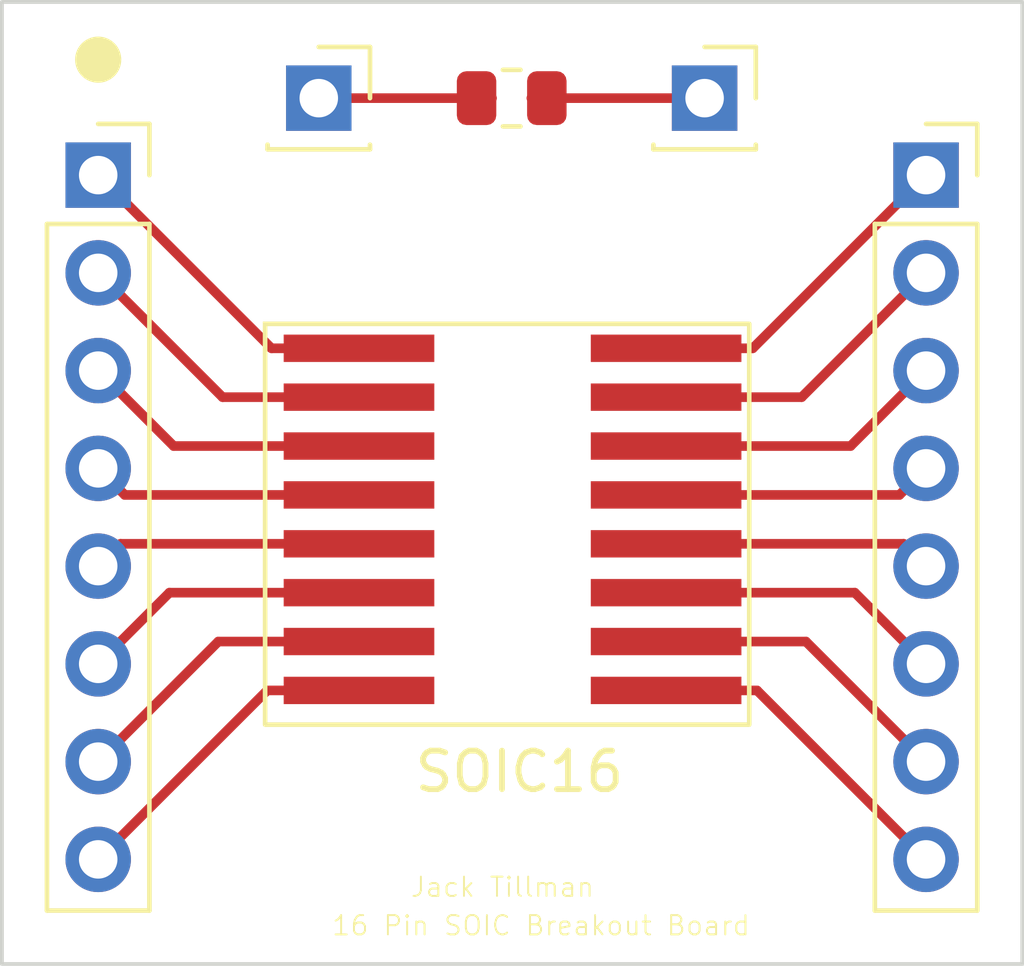
<source format=kicad_pcb>
(kicad_pcb (version 20211014) (generator pcbnew)
  (layers (0 "F.Cu" signal) (31 "B.Cu" signal) (34 "B.Paste" user) (35 "F.Paste" user) (36 "B.SilkS" user "B.Silkscreen") (37 "F.SilkS" user "F.Silkscreen") (38 "B.Mask" user) (39 "F.Mask" user) (44 "Edge.Cuts" user))
  (net 0 "")
  (net 1 "Net-(J3-Pad1)")
  (net 2 "Net-(J4-Pad1)")
  (net 3 "Net-(J1-Pad1)")
  (net 4 "Net-(J1-Pad2)")
  (net 5 "Net-(J1-Pad3)")
  (net 6 "Net-(J1-Pad4)")
  (net 7 "Net-(J1-Pad5)")
  (net 8 "Net-(J1-Pad6)")
  (net 9 "Net-(J1-Pad7)")
  (net 10 "Net-(J1-Pad8)")
  (net 11 "Net-(J2-Pad1)")
  (net 12 "Net-(J2-Pad2)")
  (net 13 "Net-(J2-Pad3)")
  (net 14 "Net-(J2-Pad4)")
  (net 15 "Net-(J2-Pad5)")
  (net 16 "Net-(J2-Pad6)")
  (net 17 "Net-(J2-Pad7)")
  (net 18 "Net-(J2-Pad8)")
  (footprint "Connector_PinSocket_2.54mm:PinSocket_1x08_P2.54mm_Vertical" (layer "F.Cu") (at 169.251 90.73)
    (fp_text reference "J2" hide)
    (fp_text value "Conn_01x08" hide)
    (fp_line (start 1.33 -1.33) (end 1.33 0) (layer "F.SilkS") (width 0.12))
    (fp_line (start -1.33 1.27) (end 1.33 1.27) (layer "F.SilkS") (width 0.12))
    (fp_line (start 1.33 1.27) (end 1.33 19.11) (layer "F.SilkS") (width 0.12))
    (fp_line (start 0 -1.33) (end 1.33 -1.33) (layer "F.SilkS") (width 0.12))
    (fp_line (start -1.33 19.11) (end 1.33 19.11) (layer "F.SilkS") (width 0.12))
    (fp_line (start -1.33 1.27) (end -1.33 19.11) (layer "F.SilkS") (width 0.12))
    (pad "1" thru_hole rect (at 0 0) (size 1.7 1.7) (drill 1) (layers *.Cu *.Mask) (net 11 "Net-(J2-Pad1)"))
    (pad "2" thru_hole oval (at 0 2.54) (size 1.7 1.7) (drill 1) (layers *.Cu *.Mask) (net 12 "Net-(J2-Pad2)"))
    (pad "3" thru_hole oval (at 0 5.08) (size 1.7 1.7) (drill 1) (layers *.Cu *.Mask) (net 13 "Net-(J2-Pad3)"))
    (pad "4" thru_hole oval (at 0 7.62) (size 1.7 1.7) (drill 1) (layers *.Cu *.Mask) (net 14 "Net-(J2-Pad4)"))
    (pad "5" thru_hole oval (at 0 10.16) (size 1.7 1.7) (drill 1) (layers *.Cu *.Mask) (net 15 "Net-(J2-Pad5)"))
    (pad "6" thru_hole oval (at 0 12.7) (size 1.7 1.7) (drill 1) (layers *.Cu *.Mask) (net 16 "Net-(J2-Pad6)"))
    (pad "7" thru_hole oval (at 0 15.24) (size 1.7 1.7) (drill 1) (layers *.Cu *.Mask) (net 17 "Net-(J2-Pad7)"))
    (pad "8" thru_hole oval (at 0 17.78) (size 1.7 1.7) (drill 1) (layers *.Cu *.Mask) (net 18 "Net-(J2-Pad8)"))
  )
  (footprint "Connector_PinSocket_2.54mm:PinSocket_1x01_P2.54mm_Vertical" (layer "F.Cu") (at 163.5 88.73)
    (fp_text reference "J3" hide)
    (fp_text value "Conn_01x01" hide)
    (fp_line (start 0 -1.33) (end 1.33 -1.33) (layer "F.SilkS") (width 0.12))
    (fp_line (start -1.33 1.33) (end 1.33 1.33) (layer "F.SilkS") (width 0.12))
    (fp_line (start 1.33 -1.33) (end 1.33 0) (layer "F.SilkS") (width 0.12))
    (fp_line (start 1.33 1.21) (end 1.33 1.33) (layer "F.SilkS") (width 0.12))
    (fp_line (start -1.33 1.21) (end -1.33 1.33) (layer "F.SilkS") (width 0.12))
    (pad "1" thru_hole rect (at 0 0) (size 1.7 1.7) (drill 1) (layers *.Cu *.Mask) (net 1 "Net-(J3-Pad1)"))
  )
  (footprint "Connector_PinSocket_2.54mm:PinSocket_1x08_P2.54mm_Vertical" (layer "F.Cu") (at 147.751 90.73)
    (fp_text reference "J1" hide)
    (fp_text value "Conn_01x08" hide)
    (fp_line (start 1.33 1.27) (end 1.33 19.11) (layer "F.SilkS") (width 0.12))
    (fp_line (start -1.33 1.27) (end -1.33 19.11) (layer "F.SilkS") (width 0.12))
    (fp_line (start -1.33 19.11) (end 1.33 19.11) (layer "F.SilkS") (width 0.12))
    (fp_line (start 1.33 -1.33) (end 1.33 0) (layer "F.SilkS") (width 0.12))
    (fp_line (start 0 -1.33) (end 1.33 -1.33) (layer "F.SilkS") (width 0.12))
    (fp_line (start -1.33 1.27) (end 1.33 1.27) (layer "F.SilkS") (width 0.12))
    (pad "1" thru_hole rect (at 0 0) (size 1.7 1.7) (drill 1) (layers *.Cu *.Mask) (net 3 "Net-(J1-Pad1)"))
    (pad "2" thru_hole oval (at 0 2.54) (size 1.7 1.7) (drill 1) (layers *.Cu *.Mask) (net 4 "Net-(J1-Pad2)"))
    (pad "3" thru_hole oval (at 0 5.08) (size 1.7 1.7) (drill 1) (layers *.Cu *.Mask) (net 5 "Net-(J1-Pad3)"))
    (pad "4" thru_hole oval (at 0 7.62) (size 1.7 1.7) (drill 1) (layers *.Cu *.Mask) (net 6 "Net-(J1-Pad4)"))
    (pad "5" thru_hole oval (at 0 10.16) (size 1.7 1.7) (drill 1) (layers *.Cu *.Mask) (net 7 "Net-(J1-Pad5)"))
    (pad "6" thru_hole oval (at 0 12.7) (size 1.7 1.7) (drill 1) (layers *.Cu *.Mask) (net 8 "Net-(J1-Pad6)"))
    (pad "7" thru_hole oval (at 0 15.24) (size 1.7 1.7) (drill 1) (layers *.Cu *.Mask) (net 9 "Net-(J1-Pad7)"))
    (pad "8" thru_hole oval (at 0 17.78) (size 1.7 1.7) (drill 1) (layers *.Cu *.Mask) (net 10 "Net-(J1-Pad8)"))
  )
  (footprint "Resistor_SMD:R_0805_2012Metric" (layer "F.Cu") (at 158.49 88.73)
    (fp_text reference "R1" hide)
    (fp_text value "R_US" hide)
    (fp_line (start -0.227064 0.735) (end 0.227064 0.735) (layer "F.SilkS") (width 0.12))
    (fp_line (start -0.227064 -0.735) (end 0.227064 -0.735) (layer "F.SilkS") (width 0.12))
    (pad "1" smd roundrect (at -0.9125 0) (size 1.025 1.4) (layers "F.Cu" "F.Paste" "F.Mask") (roundrect_rratio 0.243902) (net 2 "Net-(J4-Pad1)"))
    (pad "2" smd roundrect (at 0.9125 0) (size 1.025 1.4) (layers "F.Cu" "F.Paste" "F.Mask") (roundrect_rratio 0.243902) (net 1 "Net-(J3-Pad1)"))
  )
  (footprint "SOIC_Footprints:16_Pin_SOIC_Board" (layer "F.Cu") (at 158.69 99.548)
    (fp_text reference "SOIC16" (at 0 6.682 unlocked) (layer "F.SilkS"))
    (fp_text value "16_Pin_SOIC_Board" hide)
    (fp_rect (start -6.604 -4.953) (end 5.969 5.461) (layer "F.SilkS") (width 0.12) (fill none))
    (pad "1" smd rect (at -4.1656 -4.318) (size 3.9116 0.7112) (layers "F.Cu" "F.Paste" "F.Mask") (net 3 "Net-(J1-Pad1)"))
    (pad "2" smd rect (at -4.1656 -3.048) (size 3.9116 0.7112) (layers "F.Cu" "F.Paste" "F.Mask") (net 4 "Net-(J1-Pad2)"))
    (pad "3" smd rect (at -4.1656 -1.778) (size 3.9116 0.7112) (layers "F.Cu" "F.Paste" "F.Mask") (net 5 "Net-(J1-Pad3)"))
    (pad "4" smd rect (at -4.1656 -0.508) (size 3.9116 0.7112) (layers "F.Cu" "F.Paste" "F.Mask") (net 6 "Net-(J1-Pad4)"))
    (pad "5" smd rect (at -4.1656 0.762) (size 3.9116 0.7112) (layers "F.Cu" "F.Paste" "F.Mask") (net 7 "Net-(J1-Pad5)"))
    (pad "6" smd rect (at -4.1656 2.032) (size 3.9116 0.7112) (layers "F.Cu" "F.Paste" "F.Mask") (net 8 "Net-(J1-Pad6)"))
    (pad "7" smd rect (at -4.1656 3.302) (size 3.9116 0.7112) (layers "F.Cu" "F.Paste" "F.Mask") (net 9 "Net-(J1-Pad7)"))
    (pad "8" smd rect (at -4.1656 4.572) (size 3.9116 0.7112) (layers "F.Cu" "F.Paste" "F.Mask") (net 10 "Net-(J1-Pad8)"))
    (pad "9" smd rect (at 3.81 4.572) (size 3.9116 0.7112) (layers "F.Cu" "F.Paste" "F.Mask") (net 18 "Net-(J2-Pad8)"))
    (pad "10" smd rect (at 3.81 3.302) (size 3.9116 0.7112) (layers "F.Cu" "F.Paste" "F.Mask") (net 17 "Net-(J2-Pad7)"))
    (pad "11" smd rect (at 3.81 2.032) (size 3.9116 0.7112) (layers "F.Cu" "F.Paste" "F.Mask") (net 16 "Net-(J2-Pad6)"))
    (pad "12" smd rect (at 3.81 0.762) (size 3.9116 0.7112) (layers "F.Cu" "F.Paste" "F.Mask") (net 15 "Net-(J2-Pad5)"))
    (pad "13" smd rect (at 3.81 -0.508) (size 3.9116 0.7112) (layers "F.Cu" "F.Paste" "F.Mask") (net 14 "Net-(J2-Pad4)"))
    (pad "14" smd rect (at 3.81 -1.778) (size 3.9116 0.7112) (layers "F.Cu" "F.Paste" "F.Mask") (net 13 "Net-(J2-Pad3)"))
    (pad "15" smd rect (at 3.81 -3.048) (size 3.9116 0.7112) (layers "F.Cu" "F.Paste" "F.Mask") (net 12 "Net-(J2-Pad2)"))
    (pad "16" smd rect (at 3.81 -4.318) (size 3.9116 0.7112) (layers "F.Cu" "F.Paste" "F.Mask") (net 11 "Net-(J2-Pad1)"))
  )
  (footprint "Connector_PinSocket_2.54mm:PinSocket_1x01_P2.54mm_Vertical" (layer "F.Cu") (at 153.48 88.73)
    (fp_text reference "J4" hide)
    (fp_text value "Conn_01x01" hide)
    (fp_line (start -1.33 1.33) (end 1.33 1.33) (layer "F.SilkS") (width 0.12))
    (fp_line (start 1.33 1.21) (end 1.33 1.33) (layer "F.SilkS") (width 0.12))
    (fp_line (start 1.33 -1.33) (end 1.33 0) (layer "F.SilkS") (width 0.12))
    (fp_line (start 0 -1.33) (end 1.33 -1.33) (layer "F.SilkS") (width 0.12))
    (fp_line (start -1.33 1.21) (end -1.33 1.33) (layer "F.SilkS") (width 0.12))
    (pad "1" thru_hole rect (at 0 0) (size 1.7 1.7) (drill 1) (layers *.Cu *.Mask) (net 2 "Net-(J4-Pad1)"))
  )
  (gr_circle (center 147.751 87.73) (end 148.251 87.73) (layer "F.SilkS") (width 0.2) (fill solid))
  (gr_rect (start 145.251 86.23) (end 171.751 111.23) (layer "Edge.Cuts") (width 0.1) (fill none))
  (gr_text "16 Pin SOIC Breakout Board" (at 159.251 110.23) (layer "F.SilkS") (effects (font (size 0.5 0.5) (thickness 0.05))))
  (gr_text "Jack Tillman" (at 158.251 109.23) (layer "F.SilkS") (effects (font (size 0.5 0.5) (thickness 0.05))))
  (segment (start 162.98 88.73) (end 159 88.73) (width 0.25) (layer "F.Cu") (net 1))
  (segment (start 157.98 88.73) (end 153.48 88.73) (width 0.25) (layer "F.Cu") (net 2))
  (segment (start 147.751 90.73) (end 152.251 95.23) (width 0.25) (layer "F.Cu") (net 3))
  (segment (start 152.251 95.23) (end 154.5244 95.23) (width 0.25) (layer "F.Cu") (net 3))
  (segment (start 154.5244 96.5) (end 150.981 96.5) (width 0.25) (layer "F.Cu") (net 4))
  (segment (start 150.981 96.5) (end 147.751 93.27) (width 0.25) (layer "F.Cu") (net 4))
  (segment (start 154.5244 97.77) (end 149.711 97.77) (width 0.25) (layer "F.Cu") (net 5))
  (segment (start 149.711 97.77) (end 147.751 95.81) (width 0.25) (layer "F.Cu") (net 5))
  (segment (start 154.5244 99.04) (end 148.441 99.04) (width 0.25) (layer "F.Cu") (net 6))
  (segment (start 148.441 99.04) (end 147.751 98.35) (width 0.25) (layer "F.Cu") (net 6))
  (segment (start 154.5244 100.31) (end 148.331 100.31) (width 0.25) (layer "F.Cu") (net 7))
  (segment (start 148.331 100.31) (end 147.751 100.89) (width 0.25) (layer "F.Cu") (net 7))
  (segment (start 154.5244 101.58) (end 149.601 101.58) (width 0.25) (layer "F.Cu") (net 8))
  (segment (start 149.601 101.58) (end 147.751 103.43) (width 0.25) (layer "F.Cu") (net 8))
  (segment (start 154.5244 102.85) (end 150.871 102.85) (width 0.25) (layer "F.Cu") (net 9))
  (segment (start 150.871 102.85) (end 147.751 105.97) (width 0.25) (layer "F.Cu") (net 9))
  (segment (start 154.5244 104.12) (end 152.141 104.12) (width 0.25) (layer "F.Cu") (net 10))
  (segment (start 152.141 104.12) (end 147.751 108.51) (width 0.25) (layer "F.Cu") (net 10))
  (segment (start 162.5 95.23) (end 164.751 95.23) (width 0.25) (layer "F.Cu") (net 11))
  (segment (start 164.751 95.23) (end 169.251 90.73) (width 0.25) (layer "F.Cu") (net 11))
  (segment (start 166.021 96.5) (end 169.251 93.27) (width 0.25) (layer "F.Cu") (net 12))
  (segment (start 162.5 96.5) (end 166.021 96.5) (width 0.25) (layer "F.Cu") (net 12))
  (segment (start 167.291 97.77) (end 169.251 95.81) (width 0.25) (layer "F.Cu") (net 13))
  (segment (start 162.5 97.77) (end 167.291 97.77) (width 0.25) (layer "F.Cu") (net 13))
  (segment (start 162.5 99.04) (end 168.561 99.04) (width 0.25) (layer "F.Cu") (net 14))
  (segment (start 168.561 99.04) (end 169.251 98.35) (width 0.25) (layer "F.Cu") (net 14))
  (segment (start 168.671 100.31) (end 169.251 100.89) (width 0.25) (layer "F.Cu") (net 15))
  (segment (start 162.5 100.31) (end 168.671 100.31) (width 0.25) (layer "F.Cu") (net 15))
  (segment (start 162.5 101.58) (end 167.401 101.58) (width 0.25) (layer "F.Cu") (net 16))
  (segment (start 167.401 101.58) (end 169.251 103.43) (width 0.25) (layer "F.Cu") (net 16))
  (segment (start 162.5 102.85) (end 166.131 102.85) (width 0.25) (layer "F.Cu") (net 17))
  (segment (start 166.131 102.85) (end 169.251 105.97) (width 0.25) (layer "F.Cu") (net 17))
  (segment (start 162.5 104.12) (end 164.861 104.12) (width 0.25) (layer "F.Cu") (net 18))
  (segment (start 164.861 104.12) (end 169.251 108.51) (width 0.25) (layer "F.Cu") (net 18))
)
</source>
